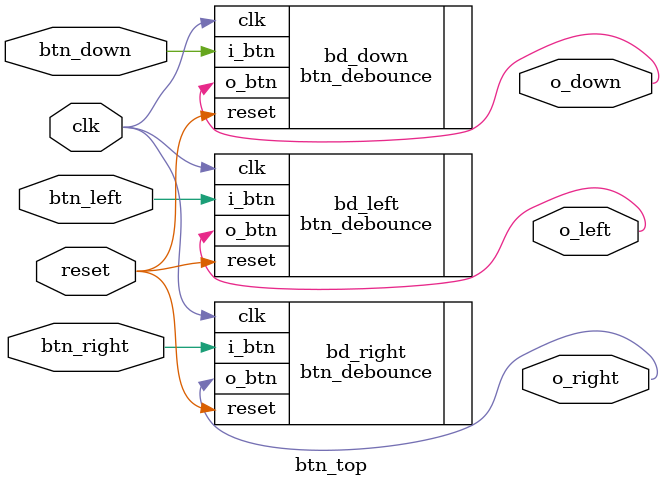
<source format=v>
`timescale 1ns / 1ps

module btn_top(
    input clk,
    input reset,
    input btn_left,
    input btn_right,
    input btn_down,
    output o_left,
    output o_right,
    output o_down
    );

    btn_debounce bd_left (
        .clk  (clk),
        .reset(reset),
        .i_btn(btn_left),
        .o_btn(o_left)
    );
    btn_debounce bd_right (
        .clk  (clk),
        .reset(reset),
        .i_btn(btn_right),
        .o_btn(o_right)
    );
    btn_debounce bd_down (
        .clk  (clk),
        .reset(reset),
        .i_btn(btn_down),
        .o_btn(o_down)
    );

endmodule

</source>
